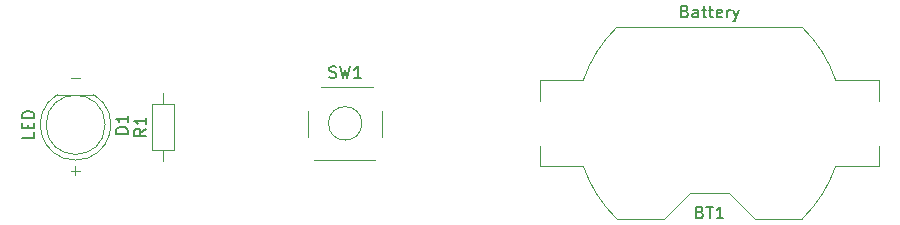
<source format=gto>
%TF.GenerationSoftware,KiCad,Pcbnew,8.0.1*%
%TF.CreationDate,2024-07-03T00:43:56+03:00*%
%TF.ProjectId,Project 1 - LED Torch,50726f6a-6563-4742-9031-202d204c4544,0.1*%
%TF.SameCoordinates,Original*%
%TF.FileFunction,Legend,Top*%
%TF.FilePolarity,Positive*%
%FSLAX46Y46*%
G04 Gerber Fmt 4.6, Leading zero omitted, Abs format (unit mm)*
G04 Created by KiCad (PCBNEW 8.0.1) date 2024-07-03 00:43:56*
%MOMM*%
%LPD*%
G01*
G04 APERTURE LIST*
%ADD10C,0.100000*%
%ADD11C,0.150000*%
%ADD12C,0.120000*%
G04 APERTURE END LIST*
D10*
X99303884Y-108716466D02*
X100065789Y-108716466D01*
X99684836Y-109097419D02*
X99684836Y-108335514D01*
X99328884Y-100866466D02*
X100090789Y-100866466D01*
D11*
X104139819Y-105583094D02*
X103139819Y-105583094D01*
X103139819Y-105583094D02*
X103139819Y-105344999D01*
X103139819Y-105344999D02*
X103187438Y-105202142D01*
X103187438Y-105202142D02*
X103282676Y-105106904D01*
X103282676Y-105106904D02*
X103377914Y-105059285D01*
X103377914Y-105059285D02*
X103568390Y-105011666D01*
X103568390Y-105011666D02*
X103711247Y-105011666D01*
X103711247Y-105011666D02*
X103901723Y-105059285D01*
X103901723Y-105059285D02*
X103996961Y-105106904D01*
X103996961Y-105106904D02*
X104092200Y-105202142D01*
X104092200Y-105202142D02*
X104139819Y-105344999D01*
X104139819Y-105344999D02*
X104139819Y-105583094D01*
X104139819Y-104059285D02*
X104139819Y-104630713D01*
X104139819Y-104344999D02*
X103139819Y-104344999D01*
X103139819Y-104344999D02*
X103282676Y-104440237D01*
X103282676Y-104440237D02*
X103377914Y-104535475D01*
X103377914Y-104535475D02*
X103425533Y-104630713D01*
X96219819Y-105487857D02*
X96219819Y-105964047D01*
X96219819Y-105964047D02*
X95219819Y-105964047D01*
X95696009Y-105154523D02*
X95696009Y-104821190D01*
X96219819Y-104678333D02*
X96219819Y-105154523D01*
X96219819Y-105154523D02*
X95219819Y-105154523D01*
X95219819Y-105154523D02*
X95219819Y-104678333D01*
X96219819Y-104249761D02*
X95219819Y-104249761D01*
X95219819Y-104249761D02*
X95219819Y-104011666D01*
X95219819Y-104011666D02*
X95267438Y-103868809D01*
X95267438Y-103868809D02*
X95362676Y-103773571D01*
X95362676Y-103773571D02*
X95457914Y-103725952D01*
X95457914Y-103725952D02*
X95648390Y-103678333D01*
X95648390Y-103678333D02*
X95791247Y-103678333D01*
X95791247Y-103678333D02*
X95981723Y-103725952D01*
X95981723Y-103725952D02*
X96076961Y-103773571D01*
X96076961Y-103773571D02*
X96172200Y-103868809D01*
X96172200Y-103868809D02*
X96219819Y-104011666D01*
X96219819Y-104011666D02*
X96219819Y-104249761D01*
X105684819Y-105191666D02*
X105208628Y-105524999D01*
X105684819Y-105763094D02*
X104684819Y-105763094D01*
X104684819Y-105763094D02*
X104684819Y-105382142D01*
X104684819Y-105382142D02*
X104732438Y-105286904D01*
X104732438Y-105286904D02*
X104780057Y-105239285D01*
X104780057Y-105239285D02*
X104875295Y-105191666D01*
X104875295Y-105191666D02*
X105018152Y-105191666D01*
X105018152Y-105191666D02*
X105113390Y-105239285D01*
X105113390Y-105239285D02*
X105161009Y-105286904D01*
X105161009Y-105286904D02*
X105208628Y-105382142D01*
X105208628Y-105382142D02*
X105208628Y-105763094D01*
X105684819Y-104239285D02*
X105684819Y-104810713D01*
X105684819Y-104524999D02*
X104684819Y-104524999D01*
X104684819Y-104524999D02*
X104827676Y-104620237D01*
X104827676Y-104620237D02*
X104922914Y-104715475D01*
X104922914Y-104715475D02*
X104970533Y-104810713D01*
X121216667Y-100832200D02*
X121359524Y-100879819D01*
X121359524Y-100879819D02*
X121597619Y-100879819D01*
X121597619Y-100879819D02*
X121692857Y-100832200D01*
X121692857Y-100832200D02*
X121740476Y-100784580D01*
X121740476Y-100784580D02*
X121788095Y-100689342D01*
X121788095Y-100689342D02*
X121788095Y-100594104D01*
X121788095Y-100594104D02*
X121740476Y-100498866D01*
X121740476Y-100498866D02*
X121692857Y-100451247D01*
X121692857Y-100451247D02*
X121597619Y-100403628D01*
X121597619Y-100403628D02*
X121407143Y-100356009D01*
X121407143Y-100356009D02*
X121311905Y-100308390D01*
X121311905Y-100308390D02*
X121264286Y-100260771D01*
X121264286Y-100260771D02*
X121216667Y-100165533D01*
X121216667Y-100165533D02*
X121216667Y-100070295D01*
X121216667Y-100070295D02*
X121264286Y-99975057D01*
X121264286Y-99975057D02*
X121311905Y-99927438D01*
X121311905Y-99927438D02*
X121407143Y-99879819D01*
X121407143Y-99879819D02*
X121645238Y-99879819D01*
X121645238Y-99879819D02*
X121788095Y-99927438D01*
X122121429Y-99879819D02*
X122359524Y-100879819D01*
X122359524Y-100879819D02*
X122550000Y-100165533D01*
X122550000Y-100165533D02*
X122740476Y-100879819D01*
X122740476Y-100879819D02*
X122978572Y-99879819D01*
X123883333Y-100879819D02*
X123311905Y-100879819D01*
X123597619Y-100879819D02*
X123597619Y-99879819D01*
X123597619Y-99879819D02*
X123502381Y-100022676D01*
X123502381Y-100022676D02*
X123407143Y-100117914D01*
X123407143Y-100117914D02*
X123311905Y-100165533D01*
X152614285Y-112251009D02*
X152757142Y-112298628D01*
X152757142Y-112298628D02*
X152804761Y-112346247D01*
X152804761Y-112346247D02*
X152852380Y-112441485D01*
X152852380Y-112441485D02*
X152852380Y-112584342D01*
X152852380Y-112584342D02*
X152804761Y-112679580D01*
X152804761Y-112679580D02*
X152757142Y-112727200D01*
X152757142Y-112727200D02*
X152661904Y-112774819D01*
X152661904Y-112774819D02*
X152280952Y-112774819D01*
X152280952Y-112774819D02*
X152280952Y-111774819D01*
X152280952Y-111774819D02*
X152614285Y-111774819D01*
X152614285Y-111774819D02*
X152709523Y-111822438D01*
X152709523Y-111822438D02*
X152757142Y-111870057D01*
X152757142Y-111870057D02*
X152804761Y-111965295D01*
X152804761Y-111965295D02*
X152804761Y-112060533D01*
X152804761Y-112060533D02*
X152757142Y-112155771D01*
X152757142Y-112155771D02*
X152709523Y-112203390D01*
X152709523Y-112203390D02*
X152614285Y-112251009D01*
X152614285Y-112251009D02*
X152280952Y-112251009D01*
X153138095Y-111774819D02*
X153709523Y-111774819D01*
X153423809Y-112774819D02*
X153423809Y-111774819D01*
X154566666Y-112774819D02*
X153995238Y-112774819D01*
X154280952Y-112774819D02*
X154280952Y-111774819D01*
X154280952Y-111774819D02*
X154185714Y-111917676D01*
X154185714Y-111917676D02*
X154090476Y-112012914D01*
X154090476Y-112012914D02*
X153995238Y-112060533D01*
X151328570Y-95233009D02*
X151471427Y-95280628D01*
X151471427Y-95280628D02*
X151519046Y-95328247D01*
X151519046Y-95328247D02*
X151566665Y-95423485D01*
X151566665Y-95423485D02*
X151566665Y-95566342D01*
X151566665Y-95566342D02*
X151519046Y-95661580D01*
X151519046Y-95661580D02*
X151471427Y-95709200D01*
X151471427Y-95709200D02*
X151376189Y-95756819D01*
X151376189Y-95756819D02*
X150995237Y-95756819D01*
X150995237Y-95756819D02*
X150995237Y-94756819D01*
X150995237Y-94756819D02*
X151328570Y-94756819D01*
X151328570Y-94756819D02*
X151423808Y-94804438D01*
X151423808Y-94804438D02*
X151471427Y-94852057D01*
X151471427Y-94852057D02*
X151519046Y-94947295D01*
X151519046Y-94947295D02*
X151519046Y-95042533D01*
X151519046Y-95042533D02*
X151471427Y-95137771D01*
X151471427Y-95137771D02*
X151423808Y-95185390D01*
X151423808Y-95185390D02*
X151328570Y-95233009D01*
X151328570Y-95233009D02*
X150995237Y-95233009D01*
X152423808Y-95756819D02*
X152423808Y-95233009D01*
X152423808Y-95233009D02*
X152376189Y-95137771D01*
X152376189Y-95137771D02*
X152280951Y-95090152D01*
X152280951Y-95090152D02*
X152090475Y-95090152D01*
X152090475Y-95090152D02*
X151995237Y-95137771D01*
X152423808Y-95709200D02*
X152328570Y-95756819D01*
X152328570Y-95756819D02*
X152090475Y-95756819D01*
X152090475Y-95756819D02*
X151995237Y-95709200D01*
X151995237Y-95709200D02*
X151947618Y-95613961D01*
X151947618Y-95613961D02*
X151947618Y-95518723D01*
X151947618Y-95518723D02*
X151995237Y-95423485D01*
X151995237Y-95423485D02*
X152090475Y-95375866D01*
X152090475Y-95375866D02*
X152328570Y-95375866D01*
X152328570Y-95375866D02*
X152423808Y-95328247D01*
X152757142Y-95090152D02*
X153138094Y-95090152D01*
X152899999Y-94756819D02*
X152899999Y-95613961D01*
X152899999Y-95613961D02*
X152947618Y-95709200D01*
X152947618Y-95709200D02*
X153042856Y-95756819D01*
X153042856Y-95756819D02*
X153138094Y-95756819D01*
X153328571Y-95090152D02*
X153709523Y-95090152D01*
X153471428Y-94756819D02*
X153471428Y-95613961D01*
X153471428Y-95613961D02*
X153519047Y-95709200D01*
X153519047Y-95709200D02*
X153614285Y-95756819D01*
X153614285Y-95756819D02*
X153709523Y-95756819D01*
X154423809Y-95709200D02*
X154328571Y-95756819D01*
X154328571Y-95756819D02*
X154138095Y-95756819D01*
X154138095Y-95756819D02*
X154042857Y-95709200D01*
X154042857Y-95709200D02*
X153995238Y-95613961D01*
X153995238Y-95613961D02*
X153995238Y-95233009D01*
X153995238Y-95233009D02*
X154042857Y-95137771D01*
X154042857Y-95137771D02*
X154138095Y-95090152D01*
X154138095Y-95090152D02*
X154328571Y-95090152D01*
X154328571Y-95090152D02*
X154423809Y-95137771D01*
X154423809Y-95137771D02*
X154471428Y-95233009D01*
X154471428Y-95233009D02*
X154471428Y-95328247D01*
X154471428Y-95328247D02*
X153995238Y-95423485D01*
X154900000Y-95756819D02*
X154900000Y-95090152D01*
X154900000Y-95280628D02*
X154947619Y-95185390D01*
X154947619Y-95185390D02*
X154995238Y-95137771D01*
X154995238Y-95137771D02*
X155090476Y-95090152D01*
X155090476Y-95090152D02*
X155185714Y-95090152D01*
X155423810Y-95090152D02*
X155661905Y-95756819D01*
X155900000Y-95090152D02*
X155661905Y-95756819D01*
X155661905Y-95756819D02*
X155566667Y-95994914D01*
X155566667Y-95994914D02*
X155519048Y-96042533D01*
X155519048Y-96042533D02*
X155423810Y-96090152D01*
D12*
%TO.C,D1*%
X101270000Y-102285000D02*
X98180000Y-102285000D01*
X99725462Y-107835000D02*
G75*
G02*
X98180170Y-102285000I-462J2990000D01*
G01*
X101269830Y-102285001D02*
G75*
G02*
X99724538Y-107834999I-1544830J-2559999D01*
G01*
X102225000Y-104845000D02*
G75*
G02*
X97225000Y-104845000I-2500000J0D01*
G01*
X97225000Y-104845000D02*
G75*
G02*
X102225000Y-104845000I2500000J0D01*
G01*
%TO.C,R1*%
X106230000Y-103105000D02*
X106230000Y-106945000D01*
X106230000Y-106945000D02*
X108070000Y-106945000D01*
X107150000Y-102155000D02*
X107150000Y-103105000D01*
X107150000Y-107895000D02*
X107150000Y-106945000D01*
X108070000Y-103105000D02*
X106230000Y-103105000D01*
X108070000Y-106945000D02*
X108070000Y-103105000D01*
%TO.C,SW1*%
X119430000Y-105875000D02*
X119430000Y-103675000D01*
X119900000Y-107845000D02*
X125100000Y-107845000D01*
X120500000Y-101605000D02*
X124900000Y-101605000D01*
X125670000Y-103675000D02*
X125670000Y-105875000D01*
X123964214Y-104725000D02*
G75*
G02*
X121135786Y-104725000I-1414214J0D01*
G01*
X121135786Y-104725000D02*
G75*
G02*
X123964214Y-104725000I1414214J0D01*
G01*
%TO.C,BT1*%
X139090000Y-101090000D02*
X142708000Y-101090000D01*
X139090000Y-102800000D02*
X139090000Y-101090000D01*
X139090000Y-106600000D02*
X139090000Y-108310000D01*
X142708000Y-108310000D02*
X139090000Y-108310000D01*
X145552700Y-96590000D02*
X161247300Y-96590000D01*
X149540000Y-112810000D02*
X145552700Y-112810000D01*
X151740000Y-110610000D02*
X149540000Y-112810000D01*
X155060000Y-110610000D02*
X151740000Y-110610000D01*
X155060000Y-110610000D02*
X157260000Y-112810000D01*
X161247300Y-112810000D02*
X157260000Y-112810000D01*
X164092000Y-101090000D02*
X167710000Y-101090000D01*
X167710000Y-102800000D02*
X167710000Y-101090000D01*
X167710000Y-106600000D02*
X167710000Y-108310000D01*
X167710000Y-108310000D02*
X164092000Y-108310000D01*
X142708001Y-101090000D02*
G75*
G02*
X145554629Y-96588211I10692019J-3610010D01*
G01*
X145554629Y-112811789D02*
G75*
G02*
X142708000Y-108310000I7845366J8111785D01*
G01*
X161245371Y-96588211D02*
G75*
G02*
X164092000Y-101090000I-7845371J-8111789D01*
G01*
X164092000Y-108310000D02*
G75*
G02*
X161245371Y-112811789I-10692020J3610012D01*
G01*
%TD*%
M02*

</source>
